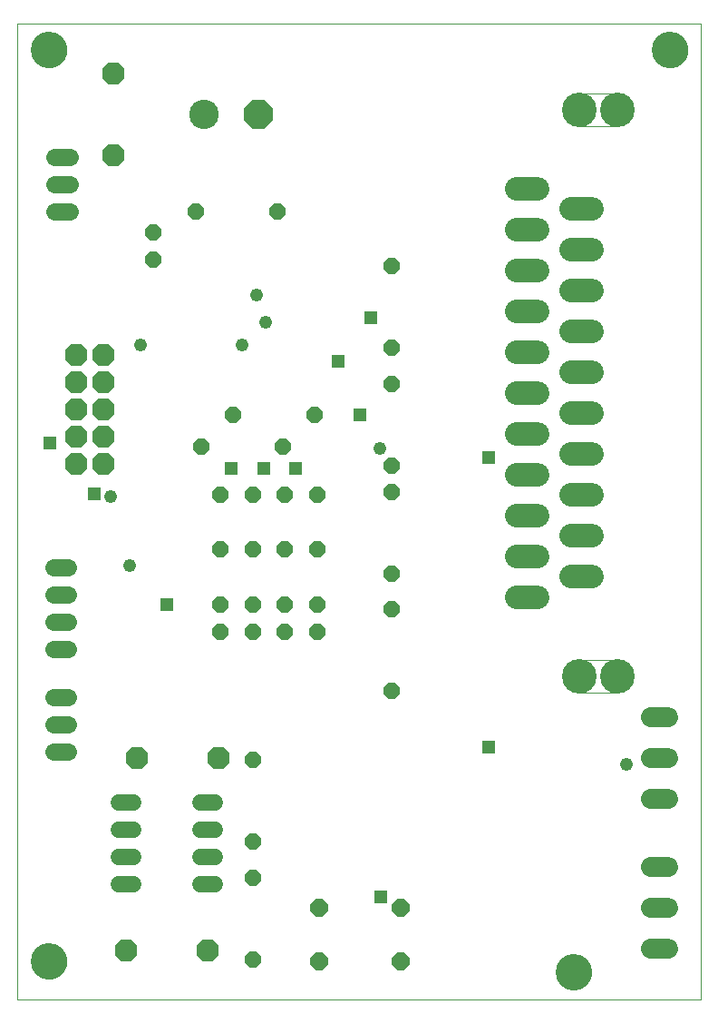
<source format=gbs>
G75*
%MOIN*%
%OFA0B0*%
%FSLAX25Y25*%
%IPPOS*%
%LPD*%
%AMOC8*
5,1,8,0,0,1.08239X$1,22.5*
%
%ADD10C,0.00000*%
%ADD11C,0.13398*%
%ADD12C,0.06400*%
%ADD13OC8,0.06000*%
%ADD14C,0.00009*%
%ADD15C,0.08600*%
%ADD16C,0.12700*%
%ADD17C,0.07400*%
%ADD18C,0.06000*%
%ADD19OC8,0.08300*%
%ADD20OC8,0.08200*%
%ADD21C,0.10800*%
%ADD22OC8,0.10800*%
%ADD23OC8,0.06400*%
%ADD24R,0.04800X0.04800*%
%ADD25C,0.04800*%
D10*
X0001984Y0003677D02*
X0001984Y0361945D01*
X0253402Y0361945D01*
X0253402Y0003677D01*
X0001984Y0003677D01*
X0007496Y0017732D02*
X0007498Y0017890D01*
X0007504Y0018048D01*
X0007514Y0018206D01*
X0007528Y0018364D01*
X0007546Y0018521D01*
X0007567Y0018678D01*
X0007593Y0018834D01*
X0007623Y0018990D01*
X0007656Y0019145D01*
X0007694Y0019298D01*
X0007735Y0019451D01*
X0007780Y0019603D01*
X0007829Y0019754D01*
X0007882Y0019903D01*
X0007938Y0020051D01*
X0007998Y0020197D01*
X0008062Y0020342D01*
X0008130Y0020485D01*
X0008201Y0020627D01*
X0008275Y0020767D01*
X0008353Y0020904D01*
X0008435Y0021040D01*
X0008519Y0021174D01*
X0008608Y0021305D01*
X0008699Y0021434D01*
X0008794Y0021561D01*
X0008891Y0021686D01*
X0008992Y0021808D01*
X0009096Y0021927D01*
X0009203Y0022044D01*
X0009313Y0022158D01*
X0009426Y0022269D01*
X0009541Y0022378D01*
X0009659Y0022483D01*
X0009780Y0022585D01*
X0009903Y0022685D01*
X0010029Y0022781D01*
X0010157Y0022874D01*
X0010287Y0022964D01*
X0010420Y0023050D01*
X0010555Y0023134D01*
X0010691Y0023213D01*
X0010830Y0023290D01*
X0010971Y0023362D01*
X0011113Y0023432D01*
X0011257Y0023497D01*
X0011403Y0023559D01*
X0011550Y0023617D01*
X0011699Y0023672D01*
X0011849Y0023723D01*
X0012000Y0023770D01*
X0012152Y0023813D01*
X0012305Y0023852D01*
X0012460Y0023888D01*
X0012615Y0023919D01*
X0012771Y0023947D01*
X0012927Y0023971D01*
X0013084Y0023991D01*
X0013242Y0024007D01*
X0013399Y0024019D01*
X0013558Y0024027D01*
X0013716Y0024031D01*
X0013874Y0024031D01*
X0014032Y0024027D01*
X0014191Y0024019D01*
X0014348Y0024007D01*
X0014506Y0023991D01*
X0014663Y0023971D01*
X0014819Y0023947D01*
X0014975Y0023919D01*
X0015130Y0023888D01*
X0015285Y0023852D01*
X0015438Y0023813D01*
X0015590Y0023770D01*
X0015741Y0023723D01*
X0015891Y0023672D01*
X0016040Y0023617D01*
X0016187Y0023559D01*
X0016333Y0023497D01*
X0016477Y0023432D01*
X0016619Y0023362D01*
X0016760Y0023290D01*
X0016899Y0023213D01*
X0017035Y0023134D01*
X0017170Y0023050D01*
X0017303Y0022964D01*
X0017433Y0022874D01*
X0017561Y0022781D01*
X0017687Y0022685D01*
X0017810Y0022585D01*
X0017931Y0022483D01*
X0018049Y0022378D01*
X0018164Y0022269D01*
X0018277Y0022158D01*
X0018387Y0022044D01*
X0018494Y0021927D01*
X0018598Y0021808D01*
X0018699Y0021686D01*
X0018796Y0021561D01*
X0018891Y0021434D01*
X0018982Y0021305D01*
X0019071Y0021174D01*
X0019155Y0021040D01*
X0019237Y0020904D01*
X0019315Y0020767D01*
X0019389Y0020627D01*
X0019460Y0020485D01*
X0019528Y0020342D01*
X0019592Y0020197D01*
X0019652Y0020051D01*
X0019708Y0019903D01*
X0019761Y0019754D01*
X0019810Y0019603D01*
X0019855Y0019451D01*
X0019896Y0019298D01*
X0019934Y0019145D01*
X0019967Y0018990D01*
X0019997Y0018834D01*
X0020023Y0018678D01*
X0020044Y0018521D01*
X0020062Y0018364D01*
X0020076Y0018206D01*
X0020086Y0018048D01*
X0020092Y0017890D01*
X0020094Y0017732D01*
X0020092Y0017574D01*
X0020086Y0017416D01*
X0020076Y0017258D01*
X0020062Y0017100D01*
X0020044Y0016943D01*
X0020023Y0016786D01*
X0019997Y0016630D01*
X0019967Y0016474D01*
X0019934Y0016319D01*
X0019896Y0016166D01*
X0019855Y0016013D01*
X0019810Y0015861D01*
X0019761Y0015710D01*
X0019708Y0015561D01*
X0019652Y0015413D01*
X0019592Y0015267D01*
X0019528Y0015122D01*
X0019460Y0014979D01*
X0019389Y0014837D01*
X0019315Y0014697D01*
X0019237Y0014560D01*
X0019155Y0014424D01*
X0019071Y0014290D01*
X0018982Y0014159D01*
X0018891Y0014030D01*
X0018796Y0013903D01*
X0018699Y0013778D01*
X0018598Y0013656D01*
X0018494Y0013537D01*
X0018387Y0013420D01*
X0018277Y0013306D01*
X0018164Y0013195D01*
X0018049Y0013086D01*
X0017931Y0012981D01*
X0017810Y0012879D01*
X0017687Y0012779D01*
X0017561Y0012683D01*
X0017433Y0012590D01*
X0017303Y0012500D01*
X0017170Y0012414D01*
X0017035Y0012330D01*
X0016899Y0012251D01*
X0016760Y0012174D01*
X0016619Y0012102D01*
X0016477Y0012032D01*
X0016333Y0011967D01*
X0016187Y0011905D01*
X0016040Y0011847D01*
X0015891Y0011792D01*
X0015741Y0011741D01*
X0015590Y0011694D01*
X0015438Y0011651D01*
X0015285Y0011612D01*
X0015130Y0011576D01*
X0014975Y0011545D01*
X0014819Y0011517D01*
X0014663Y0011493D01*
X0014506Y0011473D01*
X0014348Y0011457D01*
X0014191Y0011445D01*
X0014032Y0011437D01*
X0013874Y0011433D01*
X0013716Y0011433D01*
X0013558Y0011437D01*
X0013399Y0011445D01*
X0013242Y0011457D01*
X0013084Y0011473D01*
X0012927Y0011493D01*
X0012771Y0011517D01*
X0012615Y0011545D01*
X0012460Y0011576D01*
X0012305Y0011612D01*
X0012152Y0011651D01*
X0012000Y0011694D01*
X0011849Y0011741D01*
X0011699Y0011792D01*
X0011550Y0011847D01*
X0011403Y0011905D01*
X0011257Y0011967D01*
X0011113Y0012032D01*
X0010971Y0012102D01*
X0010830Y0012174D01*
X0010691Y0012251D01*
X0010555Y0012330D01*
X0010420Y0012414D01*
X0010287Y0012500D01*
X0010157Y0012590D01*
X0010029Y0012683D01*
X0009903Y0012779D01*
X0009780Y0012879D01*
X0009659Y0012981D01*
X0009541Y0013086D01*
X0009426Y0013195D01*
X0009313Y0013306D01*
X0009203Y0013420D01*
X0009096Y0013537D01*
X0008992Y0013656D01*
X0008891Y0013778D01*
X0008794Y0013903D01*
X0008699Y0014030D01*
X0008608Y0014159D01*
X0008519Y0014290D01*
X0008435Y0014424D01*
X0008353Y0014560D01*
X0008275Y0014697D01*
X0008201Y0014837D01*
X0008130Y0014979D01*
X0008062Y0015122D01*
X0007998Y0015267D01*
X0007938Y0015413D01*
X0007882Y0015561D01*
X0007829Y0015710D01*
X0007780Y0015861D01*
X0007735Y0016013D01*
X0007694Y0016166D01*
X0007656Y0016319D01*
X0007623Y0016474D01*
X0007593Y0016630D01*
X0007567Y0016786D01*
X0007546Y0016943D01*
X0007528Y0017100D01*
X0007514Y0017258D01*
X0007504Y0017416D01*
X0007498Y0017574D01*
X0007496Y0017732D01*
X0200410Y0013795D02*
X0200412Y0013953D01*
X0200418Y0014111D01*
X0200428Y0014269D01*
X0200442Y0014427D01*
X0200460Y0014584D01*
X0200481Y0014741D01*
X0200507Y0014897D01*
X0200537Y0015053D01*
X0200570Y0015208D01*
X0200608Y0015361D01*
X0200649Y0015514D01*
X0200694Y0015666D01*
X0200743Y0015817D01*
X0200796Y0015966D01*
X0200852Y0016114D01*
X0200912Y0016260D01*
X0200976Y0016405D01*
X0201044Y0016548D01*
X0201115Y0016690D01*
X0201189Y0016830D01*
X0201267Y0016967D01*
X0201349Y0017103D01*
X0201433Y0017237D01*
X0201522Y0017368D01*
X0201613Y0017497D01*
X0201708Y0017624D01*
X0201805Y0017749D01*
X0201906Y0017871D01*
X0202010Y0017990D01*
X0202117Y0018107D01*
X0202227Y0018221D01*
X0202340Y0018332D01*
X0202455Y0018441D01*
X0202573Y0018546D01*
X0202694Y0018648D01*
X0202817Y0018748D01*
X0202943Y0018844D01*
X0203071Y0018937D01*
X0203201Y0019027D01*
X0203334Y0019113D01*
X0203469Y0019197D01*
X0203605Y0019276D01*
X0203744Y0019353D01*
X0203885Y0019425D01*
X0204027Y0019495D01*
X0204171Y0019560D01*
X0204317Y0019622D01*
X0204464Y0019680D01*
X0204613Y0019735D01*
X0204763Y0019786D01*
X0204914Y0019833D01*
X0205066Y0019876D01*
X0205219Y0019915D01*
X0205374Y0019951D01*
X0205529Y0019982D01*
X0205685Y0020010D01*
X0205841Y0020034D01*
X0205998Y0020054D01*
X0206156Y0020070D01*
X0206313Y0020082D01*
X0206472Y0020090D01*
X0206630Y0020094D01*
X0206788Y0020094D01*
X0206946Y0020090D01*
X0207105Y0020082D01*
X0207262Y0020070D01*
X0207420Y0020054D01*
X0207577Y0020034D01*
X0207733Y0020010D01*
X0207889Y0019982D01*
X0208044Y0019951D01*
X0208199Y0019915D01*
X0208352Y0019876D01*
X0208504Y0019833D01*
X0208655Y0019786D01*
X0208805Y0019735D01*
X0208954Y0019680D01*
X0209101Y0019622D01*
X0209247Y0019560D01*
X0209391Y0019495D01*
X0209533Y0019425D01*
X0209674Y0019353D01*
X0209813Y0019276D01*
X0209949Y0019197D01*
X0210084Y0019113D01*
X0210217Y0019027D01*
X0210347Y0018937D01*
X0210475Y0018844D01*
X0210601Y0018748D01*
X0210724Y0018648D01*
X0210845Y0018546D01*
X0210963Y0018441D01*
X0211078Y0018332D01*
X0211191Y0018221D01*
X0211301Y0018107D01*
X0211408Y0017990D01*
X0211512Y0017871D01*
X0211613Y0017749D01*
X0211710Y0017624D01*
X0211805Y0017497D01*
X0211896Y0017368D01*
X0211985Y0017237D01*
X0212069Y0017103D01*
X0212151Y0016967D01*
X0212229Y0016830D01*
X0212303Y0016690D01*
X0212374Y0016548D01*
X0212442Y0016405D01*
X0212506Y0016260D01*
X0212566Y0016114D01*
X0212622Y0015966D01*
X0212675Y0015817D01*
X0212724Y0015666D01*
X0212769Y0015514D01*
X0212810Y0015361D01*
X0212848Y0015208D01*
X0212881Y0015053D01*
X0212911Y0014897D01*
X0212937Y0014741D01*
X0212958Y0014584D01*
X0212976Y0014427D01*
X0212990Y0014269D01*
X0213000Y0014111D01*
X0213006Y0013953D01*
X0213008Y0013795D01*
X0213006Y0013637D01*
X0213000Y0013479D01*
X0212990Y0013321D01*
X0212976Y0013163D01*
X0212958Y0013006D01*
X0212937Y0012849D01*
X0212911Y0012693D01*
X0212881Y0012537D01*
X0212848Y0012382D01*
X0212810Y0012229D01*
X0212769Y0012076D01*
X0212724Y0011924D01*
X0212675Y0011773D01*
X0212622Y0011624D01*
X0212566Y0011476D01*
X0212506Y0011330D01*
X0212442Y0011185D01*
X0212374Y0011042D01*
X0212303Y0010900D01*
X0212229Y0010760D01*
X0212151Y0010623D01*
X0212069Y0010487D01*
X0211985Y0010353D01*
X0211896Y0010222D01*
X0211805Y0010093D01*
X0211710Y0009966D01*
X0211613Y0009841D01*
X0211512Y0009719D01*
X0211408Y0009600D01*
X0211301Y0009483D01*
X0211191Y0009369D01*
X0211078Y0009258D01*
X0210963Y0009149D01*
X0210845Y0009044D01*
X0210724Y0008942D01*
X0210601Y0008842D01*
X0210475Y0008746D01*
X0210347Y0008653D01*
X0210217Y0008563D01*
X0210084Y0008477D01*
X0209949Y0008393D01*
X0209813Y0008314D01*
X0209674Y0008237D01*
X0209533Y0008165D01*
X0209391Y0008095D01*
X0209247Y0008030D01*
X0209101Y0007968D01*
X0208954Y0007910D01*
X0208805Y0007855D01*
X0208655Y0007804D01*
X0208504Y0007757D01*
X0208352Y0007714D01*
X0208199Y0007675D01*
X0208044Y0007639D01*
X0207889Y0007608D01*
X0207733Y0007580D01*
X0207577Y0007556D01*
X0207420Y0007536D01*
X0207262Y0007520D01*
X0207105Y0007508D01*
X0206946Y0007500D01*
X0206788Y0007496D01*
X0206630Y0007496D01*
X0206472Y0007500D01*
X0206313Y0007508D01*
X0206156Y0007520D01*
X0205998Y0007536D01*
X0205841Y0007556D01*
X0205685Y0007580D01*
X0205529Y0007608D01*
X0205374Y0007639D01*
X0205219Y0007675D01*
X0205066Y0007714D01*
X0204914Y0007757D01*
X0204763Y0007804D01*
X0204613Y0007855D01*
X0204464Y0007910D01*
X0204317Y0007968D01*
X0204171Y0008030D01*
X0204027Y0008095D01*
X0203885Y0008165D01*
X0203744Y0008237D01*
X0203605Y0008314D01*
X0203469Y0008393D01*
X0203334Y0008477D01*
X0203201Y0008563D01*
X0203071Y0008653D01*
X0202943Y0008746D01*
X0202817Y0008842D01*
X0202694Y0008942D01*
X0202573Y0009044D01*
X0202455Y0009149D01*
X0202340Y0009258D01*
X0202227Y0009369D01*
X0202117Y0009483D01*
X0202010Y0009600D01*
X0201906Y0009719D01*
X0201805Y0009841D01*
X0201708Y0009966D01*
X0201613Y0010093D01*
X0201522Y0010222D01*
X0201433Y0010353D01*
X0201349Y0010487D01*
X0201267Y0010623D01*
X0201189Y0010760D01*
X0201115Y0010900D01*
X0201044Y0011042D01*
X0200976Y0011185D01*
X0200912Y0011330D01*
X0200852Y0011476D01*
X0200796Y0011624D01*
X0200743Y0011773D01*
X0200694Y0011924D01*
X0200649Y0012076D01*
X0200608Y0012229D01*
X0200570Y0012382D01*
X0200537Y0012537D01*
X0200507Y0012693D01*
X0200481Y0012849D01*
X0200460Y0013006D01*
X0200442Y0013163D01*
X0200428Y0013321D01*
X0200418Y0013479D01*
X0200412Y0013637D01*
X0200410Y0013795D01*
X0202593Y0122551D02*
X0202595Y0122705D01*
X0202601Y0122859D01*
X0202611Y0123012D01*
X0202625Y0123165D01*
X0202643Y0123318D01*
X0202664Y0123470D01*
X0202690Y0123622D01*
X0202720Y0123773D01*
X0202753Y0123923D01*
X0202791Y0124072D01*
X0202832Y0124221D01*
X0202877Y0124368D01*
X0202926Y0124514D01*
X0202979Y0124658D01*
X0203035Y0124801D01*
X0203095Y0124943D01*
X0203159Y0125083D01*
X0203226Y0125221D01*
X0203297Y0125358D01*
X0203371Y0125493D01*
X0203449Y0125625D01*
X0203530Y0125756D01*
X0203615Y0125885D01*
X0203702Y0126011D01*
X0203793Y0126135D01*
X0203888Y0126256D01*
X0203985Y0126376D01*
X0204085Y0126492D01*
X0204189Y0126606D01*
X0204295Y0126717D01*
X0204404Y0126826D01*
X0204516Y0126931D01*
X0204631Y0127034D01*
X0204748Y0127134D01*
X0204868Y0127230D01*
X0204990Y0127324D01*
X0205114Y0127414D01*
X0205241Y0127501D01*
X0205370Y0127585D01*
X0205502Y0127665D01*
X0205635Y0127742D01*
X0205770Y0127815D01*
X0205907Y0127885D01*
X0206046Y0127952D01*
X0206186Y0128014D01*
X0206328Y0128073D01*
X0206472Y0128129D01*
X0206617Y0128181D01*
X0206763Y0128228D01*
X0206910Y0128273D01*
X0207059Y0128313D01*
X0207208Y0128349D01*
X0207359Y0128382D01*
X0207510Y0128411D01*
X0207662Y0128435D01*
X0207814Y0128456D01*
X0207967Y0128473D01*
X0208120Y0128486D01*
X0208274Y0128495D01*
X0208428Y0128500D01*
X0208581Y0128501D01*
X0208735Y0128498D01*
X0208889Y0128491D01*
X0209042Y0128480D01*
X0209196Y0128465D01*
X0209348Y0128446D01*
X0209500Y0128423D01*
X0209652Y0128397D01*
X0209803Y0128366D01*
X0209953Y0128332D01*
X0210102Y0128293D01*
X0210249Y0128251D01*
X0210396Y0128205D01*
X0210542Y0128155D01*
X0210686Y0128102D01*
X0210829Y0128044D01*
X0210970Y0127983D01*
X0211110Y0127919D01*
X0211248Y0127851D01*
X0211384Y0127779D01*
X0211518Y0127704D01*
X0211650Y0127625D01*
X0211780Y0127543D01*
X0211908Y0127458D01*
X0212034Y0127369D01*
X0212157Y0127277D01*
X0212278Y0127182D01*
X0212397Y0127084D01*
X0212513Y0126983D01*
X0212626Y0126879D01*
X0212737Y0126772D01*
X0212844Y0126662D01*
X0212949Y0126549D01*
X0213051Y0126434D01*
X0213150Y0126316D01*
X0213246Y0126196D01*
X0213339Y0126073D01*
X0213428Y0125948D01*
X0213514Y0125821D01*
X0213597Y0125691D01*
X0213677Y0125559D01*
X0213753Y0125426D01*
X0213825Y0125290D01*
X0213894Y0125152D01*
X0213960Y0125013D01*
X0214022Y0124872D01*
X0214080Y0124730D01*
X0214134Y0124586D01*
X0214185Y0124441D01*
X0214232Y0124294D01*
X0214275Y0124147D01*
X0214314Y0123998D01*
X0214350Y0123848D01*
X0214381Y0123698D01*
X0214409Y0123546D01*
X0214433Y0123394D01*
X0214453Y0123242D01*
X0214469Y0123089D01*
X0214481Y0122935D01*
X0214489Y0122782D01*
X0214493Y0122628D01*
X0214493Y0122474D01*
X0214489Y0122320D01*
X0214481Y0122167D01*
X0214469Y0122013D01*
X0214453Y0121860D01*
X0214433Y0121708D01*
X0214409Y0121556D01*
X0214381Y0121404D01*
X0214350Y0121254D01*
X0214314Y0121104D01*
X0214275Y0120955D01*
X0214232Y0120808D01*
X0214185Y0120661D01*
X0214134Y0120516D01*
X0214080Y0120372D01*
X0214022Y0120230D01*
X0213960Y0120089D01*
X0213894Y0119950D01*
X0213825Y0119812D01*
X0213753Y0119676D01*
X0213677Y0119543D01*
X0213597Y0119411D01*
X0213514Y0119281D01*
X0213428Y0119154D01*
X0213339Y0119029D01*
X0213246Y0118906D01*
X0213150Y0118786D01*
X0213051Y0118668D01*
X0212949Y0118553D01*
X0212844Y0118440D01*
X0212737Y0118330D01*
X0212626Y0118223D01*
X0212513Y0118119D01*
X0212397Y0118018D01*
X0212278Y0117920D01*
X0212157Y0117825D01*
X0212034Y0117733D01*
X0211908Y0117644D01*
X0211780Y0117559D01*
X0211650Y0117477D01*
X0211518Y0117398D01*
X0211384Y0117323D01*
X0211248Y0117251D01*
X0211110Y0117183D01*
X0210970Y0117119D01*
X0210829Y0117058D01*
X0210686Y0117000D01*
X0210542Y0116947D01*
X0210396Y0116897D01*
X0210249Y0116851D01*
X0210102Y0116809D01*
X0209953Y0116770D01*
X0209803Y0116736D01*
X0209652Y0116705D01*
X0209500Y0116679D01*
X0209348Y0116656D01*
X0209196Y0116637D01*
X0209042Y0116622D01*
X0208889Y0116611D01*
X0208735Y0116604D01*
X0208581Y0116601D01*
X0208428Y0116602D01*
X0208274Y0116607D01*
X0208120Y0116616D01*
X0207967Y0116629D01*
X0207814Y0116646D01*
X0207662Y0116667D01*
X0207510Y0116691D01*
X0207359Y0116720D01*
X0207208Y0116753D01*
X0207059Y0116789D01*
X0206910Y0116829D01*
X0206763Y0116874D01*
X0206617Y0116921D01*
X0206472Y0116973D01*
X0206328Y0117029D01*
X0206186Y0117088D01*
X0206046Y0117150D01*
X0205907Y0117217D01*
X0205770Y0117287D01*
X0205635Y0117360D01*
X0205502Y0117437D01*
X0205370Y0117517D01*
X0205241Y0117601D01*
X0205114Y0117688D01*
X0204990Y0117778D01*
X0204868Y0117872D01*
X0204748Y0117968D01*
X0204631Y0118068D01*
X0204516Y0118171D01*
X0204404Y0118276D01*
X0204295Y0118385D01*
X0204189Y0118496D01*
X0204085Y0118610D01*
X0203985Y0118726D01*
X0203888Y0118846D01*
X0203793Y0118967D01*
X0203702Y0119091D01*
X0203615Y0119217D01*
X0203530Y0119346D01*
X0203449Y0119477D01*
X0203371Y0119609D01*
X0203297Y0119744D01*
X0203226Y0119881D01*
X0203159Y0120019D01*
X0203095Y0120159D01*
X0203035Y0120301D01*
X0202979Y0120444D01*
X0202926Y0120588D01*
X0202877Y0120734D01*
X0202832Y0120881D01*
X0202791Y0121030D01*
X0202753Y0121179D01*
X0202720Y0121329D01*
X0202690Y0121480D01*
X0202664Y0121632D01*
X0202643Y0121784D01*
X0202625Y0121937D01*
X0202611Y0122090D01*
X0202601Y0122243D01*
X0202595Y0122397D01*
X0202593Y0122551D01*
X0208543Y0128551D02*
X0208390Y0128549D01*
X0208237Y0128543D01*
X0208084Y0128533D01*
X0207931Y0128520D01*
X0207779Y0128502D01*
X0207627Y0128481D01*
X0207476Y0128455D01*
X0207326Y0128426D01*
X0207176Y0128393D01*
X0207027Y0128356D01*
X0206879Y0128316D01*
X0206733Y0128271D01*
X0206587Y0128223D01*
X0206443Y0128171D01*
X0206300Y0128116D01*
X0206159Y0128057D01*
X0206019Y0127994D01*
X0205881Y0127928D01*
X0205744Y0127858D01*
X0205610Y0127785D01*
X0205477Y0127708D01*
X0205346Y0127628D01*
X0205218Y0127545D01*
X0205091Y0127459D01*
X0204967Y0127369D01*
X0204845Y0127276D01*
X0204726Y0127180D01*
X0204609Y0127081D01*
X0204494Y0126979D01*
X0204382Y0126874D01*
X0204273Y0126766D01*
X0204167Y0126656D01*
X0204064Y0126543D01*
X0203963Y0126427D01*
X0203866Y0126309D01*
X0203771Y0126188D01*
X0203680Y0126065D01*
X0203592Y0125940D01*
X0203507Y0125812D01*
X0203425Y0125683D01*
X0203347Y0125551D01*
X0203272Y0125417D01*
X0203200Y0125282D01*
X0203132Y0125144D01*
X0203068Y0125005D01*
X0203007Y0124865D01*
X0202950Y0124723D01*
X0202896Y0124579D01*
X0202846Y0124434D01*
X0202800Y0124288D01*
X0202757Y0124141D01*
X0202719Y0123993D01*
X0202684Y0123843D01*
X0202653Y0123693D01*
X0202625Y0123543D01*
X0202602Y0123391D01*
X0202583Y0123239D01*
X0202567Y0123087D01*
X0202555Y0122934D01*
X0202547Y0122781D01*
X0202543Y0122628D01*
X0202543Y0122474D01*
X0202547Y0122321D01*
X0202555Y0122168D01*
X0202567Y0122015D01*
X0202583Y0121863D01*
X0202602Y0121711D01*
X0202625Y0121559D01*
X0202653Y0121409D01*
X0202684Y0121259D01*
X0202719Y0121109D01*
X0202757Y0120961D01*
X0202800Y0120814D01*
X0202846Y0120668D01*
X0202896Y0120523D01*
X0202950Y0120379D01*
X0203007Y0120237D01*
X0203068Y0120097D01*
X0203132Y0119958D01*
X0203200Y0119820D01*
X0203272Y0119685D01*
X0203347Y0119551D01*
X0203425Y0119419D01*
X0203507Y0119290D01*
X0203592Y0119162D01*
X0203680Y0119037D01*
X0203771Y0118914D01*
X0203866Y0118793D01*
X0203963Y0118675D01*
X0204064Y0118559D01*
X0204167Y0118446D01*
X0204273Y0118336D01*
X0204382Y0118228D01*
X0204494Y0118123D01*
X0204609Y0118021D01*
X0204726Y0117922D01*
X0204845Y0117826D01*
X0204967Y0117733D01*
X0205091Y0117643D01*
X0205218Y0117557D01*
X0205346Y0117474D01*
X0205477Y0117394D01*
X0205610Y0117317D01*
X0205744Y0117244D01*
X0205881Y0117174D01*
X0206019Y0117108D01*
X0206159Y0117045D01*
X0206300Y0116986D01*
X0206443Y0116931D01*
X0206587Y0116879D01*
X0206733Y0116831D01*
X0206879Y0116786D01*
X0207027Y0116746D01*
X0207176Y0116709D01*
X0207326Y0116676D01*
X0207476Y0116647D01*
X0207627Y0116621D01*
X0207779Y0116600D01*
X0207931Y0116582D01*
X0208084Y0116569D01*
X0208237Y0116559D01*
X0208390Y0116553D01*
X0208543Y0116551D01*
X0216593Y0122551D02*
X0216595Y0122705D01*
X0216601Y0122859D01*
X0216611Y0123012D01*
X0216625Y0123165D01*
X0216643Y0123318D01*
X0216664Y0123470D01*
X0216690Y0123622D01*
X0216720Y0123773D01*
X0216753Y0123923D01*
X0216791Y0124072D01*
X0216832Y0124221D01*
X0216877Y0124368D01*
X0216926Y0124514D01*
X0216979Y0124658D01*
X0217035Y0124801D01*
X0217095Y0124943D01*
X0217159Y0125083D01*
X0217226Y0125221D01*
X0217297Y0125358D01*
X0217371Y0125493D01*
X0217449Y0125625D01*
X0217530Y0125756D01*
X0217615Y0125885D01*
X0217702Y0126011D01*
X0217793Y0126135D01*
X0217888Y0126256D01*
X0217985Y0126376D01*
X0218085Y0126492D01*
X0218189Y0126606D01*
X0218295Y0126717D01*
X0218404Y0126826D01*
X0218516Y0126931D01*
X0218631Y0127034D01*
X0218748Y0127134D01*
X0218868Y0127230D01*
X0218990Y0127324D01*
X0219114Y0127414D01*
X0219241Y0127501D01*
X0219370Y0127585D01*
X0219502Y0127665D01*
X0219635Y0127742D01*
X0219770Y0127815D01*
X0219907Y0127885D01*
X0220046Y0127952D01*
X0220186Y0128014D01*
X0220328Y0128073D01*
X0220472Y0128129D01*
X0220617Y0128181D01*
X0220763Y0128228D01*
X0220910Y0128273D01*
X0221059Y0128313D01*
X0221208Y0128349D01*
X0221359Y0128382D01*
X0221510Y0128411D01*
X0221662Y0128435D01*
X0221814Y0128456D01*
X0221967Y0128473D01*
X0222120Y0128486D01*
X0222274Y0128495D01*
X0222428Y0128500D01*
X0222581Y0128501D01*
X0222735Y0128498D01*
X0222889Y0128491D01*
X0223042Y0128480D01*
X0223196Y0128465D01*
X0223348Y0128446D01*
X0223500Y0128423D01*
X0223652Y0128397D01*
X0223803Y0128366D01*
X0223953Y0128332D01*
X0224102Y0128293D01*
X0224249Y0128251D01*
X0224396Y0128205D01*
X0224542Y0128155D01*
X0224686Y0128102D01*
X0224829Y0128044D01*
X0224970Y0127983D01*
X0225110Y0127919D01*
X0225248Y0127851D01*
X0225384Y0127779D01*
X0225518Y0127704D01*
X0225650Y0127625D01*
X0225780Y0127543D01*
X0225908Y0127458D01*
X0226034Y0127369D01*
X0226157Y0127277D01*
X0226278Y0127182D01*
X0226397Y0127084D01*
X0226513Y0126983D01*
X0226626Y0126879D01*
X0226737Y0126772D01*
X0226844Y0126662D01*
X0226949Y0126549D01*
X0227051Y0126434D01*
X0227150Y0126316D01*
X0227246Y0126196D01*
X0227339Y0126073D01*
X0227428Y0125948D01*
X0227514Y0125821D01*
X0227597Y0125691D01*
X0227677Y0125559D01*
X0227753Y0125426D01*
X0227825Y0125290D01*
X0227894Y0125152D01*
X0227960Y0125013D01*
X0228022Y0124872D01*
X0228080Y0124730D01*
X0228134Y0124586D01*
X0228185Y0124441D01*
X0228232Y0124294D01*
X0228275Y0124147D01*
X0228314Y0123998D01*
X0228350Y0123848D01*
X0228381Y0123698D01*
X0228409Y0123546D01*
X0228433Y0123394D01*
X0228453Y0123242D01*
X0228469Y0123089D01*
X0228481Y0122935D01*
X0228489Y0122782D01*
X0228493Y0122628D01*
X0228493Y0122474D01*
X0228489Y0122320D01*
X0228481Y0122167D01*
X0228469Y0122013D01*
X0228453Y0121860D01*
X0228433Y0121708D01*
X0228409Y0121556D01*
X0228381Y0121404D01*
X0228350Y0121254D01*
X0228314Y0121104D01*
X0228275Y0120955D01*
X0228232Y0120808D01*
X0228185Y0120661D01*
X0228134Y0120516D01*
X0228080Y0120372D01*
X0228022Y0120230D01*
X0227960Y0120089D01*
X0227894Y0119950D01*
X0227825Y0119812D01*
X0227753Y0119676D01*
X0227677Y0119543D01*
X0227597Y0119411D01*
X0227514Y0119281D01*
X0227428Y0119154D01*
X0227339Y0119029D01*
X0227246Y0118906D01*
X0227150Y0118786D01*
X0227051Y0118668D01*
X0226949Y0118553D01*
X0226844Y0118440D01*
X0226737Y0118330D01*
X0226626Y0118223D01*
X0226513Y0118119D01*
X0226397Y0118018D01*
X0226278Y0117920D01*
X0226157Y0117825D01*
X0226034Y0117733D01*
X0225908Y0117644D01*
X0225780Y0117559D01*
X0225650Y0117477D01*
X0225518Y0117398D01*
X0225384Y0117323D01*
X0225248Y0117251D01*
X0225110Y0117183D01*
X0224970Y0117119D01*
X0224829Y0117058D01*
X0224686Y0117000D01*
X0224542Y0116947D01*
X0224396Y0116897D01*
X0224249Y0116851D01*
X0224102Y0116809D01*
X0223953Y0116770D01*
X0223803Y0116736D01*
X0223652Y0116705D01*
X0223500Y0116679D01*
X0223348Y0116656D01*
X0223196Y0116637D01*
X0223042Y0116622D01*
X0222889Y0116611D01*
X0222735Y0116604D01*
X0222581Y0116601D01*
X0222428Y0116602D01*
X0222274Y0116607D01*
X0222120Y0116616D01*
X0221967Y0116629D01*
X0221814Y0116646D01*
X0221662Y0116667D01*
X0221510Y0116691D01*
X0221359Y0116720D01*
X0221208Y0116753D01*
X0221059Y0116789D01*
X0220910Y0116829D01*
X0220763Y0116874D01*
X0220617Y0116921D01*
X0220472Y0116973D01*
X0220328Y0117029D01*
X0220186Y0117088D01*
X0220046Y0117150D01*
X0219907Y0117217D01*
X0219770Y0117287D01*
X0219635Y0117360D01*
X0219502Y0117437D01*
X0219370Y0117517D01*
X0219241Y0117601D01*
X0219114Y0117688D01*
X0218990Y0117778D01*
X0218868Y0117872D01*
X0218748Y0117968D01*
X0218631Y0118068D01*
X0218516Y0118171D01*
X0218404Y0118276D01*
X0218295Y0118385D01*
X0218189Y0118496D01*
X0218085Y0118610D01*
X0217985Y0118726D01*
X0217888Y0118846D01*
X0217793Y0118967D01*
X0217702Y0119091D01*
X0217615Y0119217D01*
X0217530Y0119346D01*
X0217449Y0119477D01*
X0217371Y0119609D01*
X0217297Y0119744D01*
X0217226Y0119881D01*
X0217159Y0120019D01*
X0217095Y0120159D01*
X0217035Y0120301D01*
X0216979Y0120444D01*
X0216926Y0120588D01*
X0216877Y0120734D01*
X0216832Y0120881D01*
X0216791Y0121030D01*
X0216753Y0121179D01*
X0216720Y0121329D01*
X0216690Y0121480D01*
X0216664Y0121632D01*
X0216643Y0121784D01*
X0216625Y0121937D01*
X0216611Y0122090D01*
X0216601Y0122243D01*
X0216595Y0122397D01*
X0216593Y0122551D01*
X0222543Y0116551D02*
X0222696Y0116553D01*
X0222849Y0116559D01*
X0223002Y0116569D01*
X0223155Y0116582D01*
X0223307Y0116600D01*
X0223459Y0116621D01*
X0223610Y0116647D01*
X0223760Y0116676D01*
X0223910Y0116709D01*
X0224059Y0116746D01*
X0224207Y0116786D01*
X0224353Y0116831D01*
X0224499Y0116879D01*
X0224643Y0116931D01*
X0224786Y0116986D01*
X0224927Y0117045D01*
X0225067Y0117108D01*
X0225205Y0117174D01*
X0225342Y0117244D01*
X0225476Y0117317D01*
X0225609Y0117394D01*
X0225740Y0117474D01*
X0225868Y0117557D01*
X0225995Y0117643D01*
X0226119Y0117733D01*
X0226241Y0117826D01*
X0226360Y0117922D01*
X0226477Y0118021D01*
X0226592Y0118123D01*
X0226704Y0118228D01*
X0226813Y0118336D01*
X0226919Y0118446D01*
X0227022Y0118559D01*
X0227123Y0118675D01*
X0227220Y0118793D01*
X0227315Y0118914D01*
X0227406Y0119037D01*
X0227494Y0119162D01*
X0227579Y0119290D01*
X0227661Y0119419D01*
X0227739Y0119551D01*
X0227814Y0119685D01*
X0227886Y0119820D01*
X0227954Y0119958D01*
X0228018Y0120097D01*
X0228079Y0120237D01*
X0228136Y0120379D01*
X0228190Y0120523D01*
X0228240Y0120668D01*
X0228286Y0120814D01*
X0228329Y0120961D01*
X0228367Y0121109D01*
X0228402Y0121259D01*
X0228433Y0121409D01*
X0228461Y0121559D01*
X0228484Y0121711D01*
X0228503Y0121863D01*
X0228519Y0122015D01*
X0228531Y0122168D01*
X0228539Y0122321D01*
X0228543Y0122474D01*
X0228543Y0122628D01*
X0228539Y0122781D01*
X0228531Y0122934D01*
X0228519Y0123087D01*
X0228503Y0123239D01*
X0228484Y0123391D01*
X0228461Y0123543D01*
X0228433Y0123693D01*
X0228402Y0123843D01*
X0228367Y0123993D01*
X0228329Y0124141D01*
X0228286Y0124288D01*
X0228240Y0124434D01*
X0228190Y0124579D01*
X0228136Y0124723D01*
X0228079Y0124865D01*
X0228018Y0125005D01*
X0227954Y0125144D01*
X0227886Y0125282D01*
X0227814Y0125417D01*
X0227739Y0125551D01*
X0227661Y0125683D01*
X0227579Y0125812D01*
X0227494Y0125940D01*
X0227406Y0126065D01*
X0227315Y0126188D01*
X0227220Y0126309D01*
X0227123Y0126427D01*
X0227022Y0126543D01*
X0226919Y0126656D01*
X0226813Y0126766D01*
X0226704Y0126874D01*
X0226592Y0126979D01*
X0226477Y0127081D01*
X0226360Y0127180D01*
X0226241Y0127276D01*
X0226119Y0127369D01*
X0225995Y0127459D01*
X0225868Y0127545D01*
X0225740Y0127628D01*
X0225609Y0127708D01*
X0225476Y0127785D01*
X0225342Y0127858D01*
X0225205Y0127928D01*
X0225067Y0127994D01*
X0224927Y0128057D01*
X0224786Y0128116D01*
X0224643Y0128171D01*
X0224499Y0128223D01*
X0224353Y0128271D01*
X0224207Y0128316D01*
X0224059Y0128356D01*
X0223910Y0128393D01*
X0223760Y0128426D01*
X0223610Y0128455D01*
X0223459Y0128481D01*
X0223307Y0128502D01*
X0223155Y0128520D01*
X0223002Y0128533D01*
X0222849Y0128543D01*
X0222696Y0128549D01*
X0222543Y0128551D01*
X0216593Y0330551D02*
X0216595Y0330705D01*
X0216601Y0330859D01*
X0216611Y0331012D01*
X0216625Y0331165D01*
X0216643Y0331318D01*
X0216664Y0331470D01*
X0216690Y0331622D01*
X0216720Y0331773D01*
X0216753Y0331923D01*
X0216791Y0332072D01*
X0216832Y0332221D01*
X0216877Y0332368D01*
X0216926Y0332514D01*
X0216979Y0332658D01*
X0217035Y0332801D01*
X0217095Y0332943D01*
X0217159Y0333083D01*
X0217226Y0333221D01*
X0217297Y0333358D01*
X0217371Y0333493D01*
X0217449Y0333625D01*
X0217530Y0333756D01*
X0217615Y0333885D01*
X0217702Y0334011D01*
X0217793Y0334135D01*
X0217888Y0334256D01*
X0217985Y0334376D01*
X0218085Y0334492D01*
X0218189Y0334606D01*
X0218295Y0334717D01*
X0218404Y0334826D01*
X0218516Y0334931D01*
X0218631Y0335034D01*
X0218748Y0335134D01*
X0218868Y0335230D01*
X0218990Y0335324D01*
X0219114Y0335414D01*
X0219241Y0335501D01*
X0219370Y0335585D01*
X0219502Y0335665D01*
X0219635Y0335742D01*
X0219770Y0335815D01*
X0219907Y0335885D01*
X0220046Y0335952D01*
X0220186Y0336014D01*
X0220328Y0336073D01*
X0220472Y0336129D01*
X0220617Y0336181D01*
X0220763Y0336228D01*
X0220910Y0336273D01*
X0221059Y0336313D01*
X0221208Y0336349D01*
X0221359Y0336382D01*
X0221510Y0336411D01*
X0221662Y0336435D01*
X0221814Y0336456D01*
X0221967Y0336473D01*
X0222120Y0336486D01*
X0222274Y0336495D01*
X0222428Y0336500D01*
X0222581Y0336501D01*
X0222735Y0336498D01*
X0222889Y0336491D01*
X0223042Y0336480D01*
X0223196Y0336465D01*
X0223348Y0336446D01*
X0223500Y0336423D01*
X0223652Y0336397D01*
X0223803Y0336366D01*
X0223953Y0336332D01*
X0224102Y0336293D01*
X0224249Y0336251D01*
X0224396Y0336205D01*
X0224542Y0336155D01*
X0224686Y0336102D01*
X0224829Y0336044D01*
X0224970Y0335983D01*
X0225110Y0335919D01*
X0225248Y0335851D01*
X0225384Y0335779D01*
X0225518Y0335704D01*
X0225650Y0335625D01*
X0225780Y0335543D01*
X0225908Y0335458D01*
X0226034Y0335369D01*
X0226157Y0335277D01*
X0226278Y0335182D01*
X0226397Y0335084D01*
X0226513Y0334983D01*
X0226626Y0334879D01*
X0226737Y0334772D01*
X0226844Y0334662D01*
X0226949Y0334549D01*
X0227051Y0334434D01*
X0227150Y0334316D01*
X0227246Y0334196D01*
X0227339Y0334073D01*
X0227428Y0333948D01*
X0227514Y0333821D01*
X0227597Y0333691D01*
X0227677Y0333559D01*
X0227753Y0333426D01*
X0227825Y0333290D01*
X0227894Y0333152D01*
X0227960Y0333013D01*
X0228022Y0332872D01*
X0228080Y0332730D01*
X0228134Y0332586D01*
X0228185Y0332441D01*
X0228232Y0332294D01*
X0228275Y0332147D01*
X0228314Y0331998D01*
X0228350Y0331848D01*
X0228381Y0331698D01*
X0228409Y0331546D01*
X0228433Y0331394D01*
X0228453Y0331242D01*
X0228469Y0331089D01*
X0228481Y0330935D01*
X0228489Y0330782D01*
X0228493Y0330628D01*
X0228493Y0330474D01*
X0228489Y0330320D01*
X0228481Y0330167D01*
X0228469Y0330013D01*
X0228453Y0329860D01*
X0228433Y0329708D01*
X0228409Y0329556D01*
X0228381Y0329404D01*
X0228350Y0329254D01*
X0228314Y0329104D01*
X0228275Y0328955D01*
X0228232Y0328808D01*
X0228185Y0328661D01*
X0228134Y0328516D01*
X0228080Y0328372D01*
X0228022Y0328230D01*
X0227960Y0328089D01*
X0227894Y0327950D01*
X0227825Y0327812D01*
X0227753Y0327676D01*
X0227677Y0327543D01*
X0227597Y0327411D01*
X0227514Y0327281D01*
X0227428Y0327154D01*
X0227339Y0327029D01*
X0227246Y0326906D01*
X0227150Y0326786D01*
X0227051Y0326668D01*
X0226949Y0326553D01*
X0226844Y0326440D01*
X0226737Y0326330D01*
X0226626Y0326223D01*
X0226513Y0326119D01*
X0226397Y0326018D01*
X0226278Y0325920D01*
X0226157Y0325825D01*
X0226034Y0325733D01*
X0225908Y0325644D01*
X0225780Y0325559D01*
X0225650Y0325477D01*
X0225518Y0325398D01*
X0225384Y0325323D01*
X0225248Y0325251D01*
X0225110Y0325183D01*
X0224970Y0325119D01*
X0224829Y0325058D01*
X0224686Y0325000D01*
X0224542Y0324947D01*
X0224396Y0324897D01*
X0224249Y0324851D01*
X0224102Y0324809D01*
X0223953Y0324770D01*
X0223803Y0324736D01*
X0223652Y0324705D01*
X0223500Y0324679D01*
X0223348Y0324656D01*
X0223196Y0324637D01*
X0223042Y0324622D01*
X0222889Y0324611D01*
X0222735Y0324604D01*
X0222581Y0324601D01*
X0222428Y0324602D01*
X0222274Y0324607D01*
X0222120Y0324616D01*
X0221967Y0324629D01*
X0221814Y0324646D01*
X0221662Y0324667D01*
X0221510Y0324691D01*
X0221359Y0324720D01*
X0221208Y0324753D01*
X0221059Y0324789D01*
X0220910Y0324829D01*
X0220763Y0324874D01*
X0220617Y0324921D01*
X0220472Y0324973D01*
X0220328Y0325029D01*
X0220186Y0325088D01*
X0220046Y0325150D01*
X0219907Y0325217D01*
X0219770Y0325287D01*
X0219635Y0325360D01*
X0219502Y0325437D01*
X0219370Y0325517D01*
X0219241Y0325601D01*
X0219114Y0325688D01*
X0218990Y0325778D01*
X0218868Y0325872D01*
X0218748Y0325968D01*
X0218631Y0326068D01*
X0218516Y0326171D01*
X0218404Y0326276D01*
X0218295Y0326385D01*
X0218189Y0326496D01*
X0218085Y0326610D01*
X0217985Y0326726D01*
X0217888Y0326846D01*
X0217793Y0326967D01*
X0217702Y0327091D01*
X0217615Y0327217D01*
X0217530Y0327346D01*
X0217449Y0327477D01*
X0217371Y0327609D01*
X0217297Y0327744D01*
X0217226Y0327881D01*
X0217159Y0328019D01*
X0217095Y0328159D01*
X0217035Y0328301D01*
X0216979Y0328444D01*
X0216926Y0328588D01*
X0216877Y0328734D01*
X0216832Y0328881D01*
X0216791Y0329030D01*
X0216753Y0329179D01*
X0216720Y0329329D01*
X0216690Y0329480D01*
X0216664Y0329632D01*
X0216643Y0329784D01*
X0216625Y0329937D01*
X0216611Y0330090D01*
X0216601Y0330243D01*
X0216595Y0330397D01*
X0216593Y0330551D01*
X0222543Y0324551D02*
X0222696Y0324553D01*
X0222849Y0324559D01*
X0223002Y0324569D01*
X0223155Y0324582D01*
X0223307Y0324600D01*
X0223459Y0324621D01*
X0223610Y0324647D01*
X0223760Y0324676D01*
X0223910Y0324709D01*
X0224059Y0324746D01*
X0224207Y0324786D01*
X0224353Y0324831D01*
X0224499Y0324879D01*
X0224643Y0324931D01*
X0224786Y0324986D01*
X0224927Y0325045D01*
X0225067Y0325108D01*
X0225205Y0325174D01*
X0225342Y0325244D01*
X0225476Y0325317D01*
X0225609Y0325394D01*
X0225740Y0325474D01*
X0225868Y0325557D01*
X0225995Y0325643D01*
X0226119Y0325733D01*
X0226241Y0325826D01*
X0226360Y0325922D01*
X0226477Y0326021D01*
X0226592Y0326123D01*
X0226704Y0326228D01*
X0226813Y0326336D01*
X0226919Y0326446D01*
X0227022Y0326559D01*
X0227123Y0326675D01*
X0227220Y0326793D01*
X0227315Y0326914D01*
X0227406Y0327037D01*
X0227494Y0327162D01*
X0227579Y0327290D01*
X0227661Y0327419D01*
X0227739Y0327551D01*
X0227814Y0327685D01*
X0227886Y0327820D01*
X0227954Y0327958D01*
X0228018Y0328097D01*
X0228079Y0328237D01*
X0228136Y0328379D01*
X0228190Y0328523D01*
X0228240Y0328668D01*
X0228286Y0328814D01*
X0228329Y0328961D01*
X0228367Y0329109D01*
X0228402Y0329259D01*
X0228433Y0329409D01*
X0228461Y0329559D01*
X0228484Y0329711D01*
X0228503Y0329863D01*
X0228519Y0330015D01*
X0228531Y0330168D01*
X0228539Y0330321D01*
X0228543Y0330474D01*
X0228543Y0330628D01*
X0228539Y0330781D01*
X0228531Y0330934D01*
X0228519Y0331087D01*
X0228503Y0331239D01*
X0228484Y0331391D01*
X0228461Y0331543D01*
X0228433Y0331693D01*
X0228402Y0331843D01*
X0228367Y0331993D01*
X0228329Y0332141D01*
X0228286Y0332288D01*
X0228240Y0332434D01*
X0228190Y0332579D01*
X0228136Y0332723D01*
X0228079Y0332865D01*
X0228018Y0333005D01*
X0227954Y0333144D01*
X0227886Y0333282D01*
X0227814Y0333417D01*
X0227739Y0333551D01*
X0227661Y0333683D01*
X0227579Y0333812D01*
X0227494Y0333940D01*
X0227406Y0334065D01*
X0227315Y0334188D01*
X0227220Y0334309D01*
X0227123Y0334427D01*
X0227022Y0334543D01*
X0226919Y0334656D01*
X0226813Y0334766D01*
X0226704Y0334874D01*
X0226592Y0334979D01*
X0226477Y0335081D01*
X0226360Y0335180D01*
X0226241Y0335276D01*
X0226119Y0335369D01*
X0225995Y0335459D01*
X0225868Y0335545D01*
X0225740Y0335628D01*
X0225609Y0335708D01*
X0225476Y0335785D01*
X0225342Y0335858D01*
X0225205Y0335928D01*
X0225067Y0335994D01*
X0224927Y0336057D01*
X0224786Y0336116D01*
X0224643Y0336171D01*
X0224499Y0336223D01*
X0224353Y0336271D01*
X0224207Y0336316D01*
X0224059Y0336356D01*
X0223910Y0336393D01*
X0223760Y0336426D01*
X0223610Y0336455D01*
X0223459Y0336481D01*
X0223307Y0336502D01*
X0223155Y0336520D01*
X0223002Y0336533D01*
X0222849Y0336543D01*
X0222696Y0336549D01*
X0222543Y0336551D01*
X0202593Y0330551D02*
X0202595Y0330705D01*
X0202601Y0330859D01*
X0202611Y0331012D01*
X0202625Y0331165D01*
X0202643Y0331318D01*
X0202664Y0331470D01*
X0202690Y0331622D01*
X0202720Y0331773D01*
X0202753Y0331923D01*
X0202791Y0332072D01*
X0202832Y0332221D01*
X0202877Y0332368D01*
X0202926Y0332514D01*
X0202979Y0332658D01*
X0203035Y0332801D01*
X0203095Y0332943D01*
X0203159Y0333083D01*
X0203226Y0333221D01*
X0203297Y0333358D01*
X0203371Y0333493D01*
X0203449Y0333625D01*
X0203530Y0333756D01*
X0203615Y0333885D01*
X0203702Y0334011D01*
X0203793Y0334135D01*
X0203888Y0334256D01*
X0203985Y0334376D01*
X0204085Y0334492D01*
X0204189Y0334606D01*
X0204295Y0334717D01*
X0204404Y0334826D01*
X0204516Y0334931D01*
X0204631Y0335034D01*
X0204748Y0335134D01*
X0204868Y0335230D01*
X0204990Y0335324D01*
X0205114Y0335414D01*
X0205241Y0335501D01*
X0205370Y0335585D01*
X0205502Y0335665D01*
X0205635Y0335742D01*
X0205770Y0335815D01*
X0205907Y0335885D01*
X0206046Y0335952D01*
X0206186Y0336014D01*
X0206328Y0336073D01*
X0206472Y0336129D01*
X0206617Y0336181D01*
X0206763Y0336228D01*
X0206910Y0336273D01*
X0207059Y0336313D01*
X0207208Y0336349D01*
X0207359Y0336382D01*
X0207510Y0336411D01*
X0207662Y0336435D01*
X0207814Y0336456D01*
X0207967Y0336473D01*
X0208120Y0336486D01*
X0208274Y0336495D01*
X0208428Y0336500D01*
X0208581Y0336501D01*
X0208735Y0336498D01*
X0208889Y0336491D01*
X0209042Y0336480D01*
X0209196Y0336465D01*
X0209348Y0336446D01*
X0209500Y0336423D01*
X0209652Y0336397D01*
X0209803Y0336366D01*
X0209953Y0336332D01*
X0210102Y0336293D01*
X0210249Y0336251D01*
X0210396Y0336205D01*
X0210542Y0336155D01*
X0210686Y0336102D01*
X0210829Y0336044D01*
X0210970Y0335983D01*
X0211110Y0335919D01*
X0211248Y0335851D01*
X0211384Y0335779D01*
X0211518Y0335704D01*
X0211650Y0335625D01*
X0211780Y0335543D01*
X0211908Y0335458D01*
X0212034Y0335369D01*
X0212157Y0335277D01*
X0212278Y0335182D01*
X0212397Y0335084D01*
X0212513Y0334983D01*
X0212626Y0334879D01*
X0212737Y0334772D01*
X0212844Y0334662D01*
X0212949Y0334549D01*
X0213051Y0334434D01*
X0213150Y0334316D01*
X0213246Y0334196D01*
X0213339Y0334073D01*
X0213428Y0333948D01*
X0213514Y0333821D01*
X0213597Y0333691D01*
X0213677Y0333559D01*
X0213753Y0333426D01*
X0213825Y0333290D01*
X0213894Y0333152D01*
X0213960Y0333013D01*
X0214022Y0332872D01*
X0214080Y0332730D01*
X0214134Y0332586D01*
X0214185Y0332441D01*
X0214232Y0332294D01*
X0214275Y0332147D01*
X0214314Y0331998D01*
X0214350Y0331848D01*
X0214381Y0331698D01*
X0214409Y0331546D01*
X0214433Y0331394D01*
X0214453Y0331242D01*
X0214469Y0331089D01*
X0214481Y0330935D01*
X0214489Y0330782D01*
X0214493Y0330628D01*
X0214493Y0330474D01*
X0214489Y0330320D01*
X0214481Y0330167D01*
X0214469Y0330013D01*
X0214453Y0329860D01*
X0214433Y0329708D01*
X0214409Y0329556D01*
X0214381Y0329404D01*
X0214350Y0329254D01*
X0214314Y0329104D01*
X0214275Y0328955D01*
X0214232Y0328808D01*
X0214185Y0328661D01*
X0214134Y0328516D01*
X0214080Y0328372D01*
X0214022Y0328230D01*
X0213960Y0328089D01*
X0213894Y0327950D01*
X0213825Y0327812D01*
X0213753Y0327676D01*
X0213677Y0327543D01*
X0213597Y0327411D01*
X0213514Y0327281D01*
X0213428Y0327154D01*
X0213339Y0327029D01*
X0213246Y0326906D01*
X0213150Y0326786D01*
X0213051Y0326668D01*
X0212949Y0326553D01*
X0212844Y0326440D01*
X0212737Y0326330D01*
X0212626Y0326223D01*
X0212513Y0326119D01*
X0212397Y0326018D01*
X0212278Y0325920D01*
X0212157Y0325825D01*
X0212034Y0325733D01*
X0211908Y0325644D01*
X0211780Y0325559D01*
X0211650Y0325477D01*
X0211518Y0325398D01*
X0211384Y0325323D01*
X0211248Y0325251D01*
X0211110Y0325183D01*
X0210970Y0325119D01*
X0210829Y0325058D01*
X0210686Y0325000D01*
X0210542Y0324947D01*
X0210396Y0324897D01*
X0210249Y0324851D01*
X0210102Y0324809D01*
X0209953Y0324770D01*
X0209803Y0324736D01*
X0209652Y0324705D01*
X0209500Y0324679D01*
X0209348Y0324656D01*
X0209196Y0324637D01*
X0209042Y0324622D01*
X0208889Y0324611D01*
X0208735Y0324604D01*
X0208581Y0324601D01*
X0208428Y0324602D01*
X0208274Y0324607D01*
X0208120Y0324616D01*
X0207967Y0324629D01*
X0207814Y0324646D01*
X0207662Y0324667D01*
X0207510Y0324691D01*
X0207359Y0324720D01*
X0207208Y0324753D01*
X0207059Y0324789D01*
X0206910Y0324829D01*
X0206763Y0324874D01*
X0206617Y0324921D01*
X0206472Y0324973D01*
X0206328Y0325029D01*
X0206186Y0325088D01*
X0206046Y0325150D01*
X0205907Y0325217D01*
X0205770Y0325287D01*
X0205635Y0325360D01*
X0205502Y0325437D01*
X0205370Y0325517D01*
X0205241Y0325601D01*
X0205114Y0325688D01*
X0204990Y0325778D01*
X0204868Y0325872D01*
X0204748Y0325968D01*
X0204631Y0326068D01*
X0204516Y0326171D01*
X0204404Y0326276D01*
X0204295Y0326385D01*
X0204189Y0326496D01*
X0204085Y0326610D01*
X0203985Y0326726D01*
X0203888Y0326846D01*
X0203793Y0326967D01*
X0203702Y0327091D01*
X0203615Y0327217D01*
X0203530Y0327346D01*
X0203449Y0327477D01*
X0203371Y0327609D01*
X0203297Y0327744D01*
X0203226Y0327881D01*
X0203159Y0328019D01*
X0203095Y0328159D01*
X0203035Y0328301D01*
X0202979Y0328444D01*
X0202926Y0328588D01*
X0202877Y0328734D01*
X0202832Y0328881D01*
X0202791Y0329030D01*
X0202753Y0329179D01*
X0202720Y0329329D01*
X0202690Y0329480D01*
X0202664Y0329632D01*
X0202643Y0329784D01*
X0202625Y0329937D01*
X0202611Y0330090D01*
X0202601Y0330243D01*
X0202595Y0330397D01*
X0202593Y0330551D01*
X0208543Y0336551D02*
X0208390Y0336549D01*
X0208237Y0336543D01*
X0208084Y0336533D01*
X0207931Y0336520D01*
X0207779Y0336502D01*
X0207627Y0336481D01*
X0207476Y0336455D01*
X0207326Y0336426D01*
X0207176Y0336393D01*
X0207027Y0336356D01*
X0206879Y0336316D01*
X0206733Y0336271D01*
X0206587Y0336223D01*
X0206443Y0336171D01*
X0206300Y0336116D01*
X0206159Y0336057D01*
X0206019Y0335994D01*
X0205881Y0335928D01*
X0205744Y0335858D01*
X0205610Y0335785D01*
X0205477Y0335708D01*
X0205346Y0335628D01*
X0205218Y0335545D01*
X0205091Y0335459D01*
X0204967Y0335369D01*
X0204845Y0335276D01*
X0204726Y0335180D01*
X0204609Y0335081D01*
X0204494Y0334979D01*
X0204382Y0334874D01*
X0204273Y0334766D01*
X0204167Y0334656D01*
X0204064Y0334543D01*
X0203963Y0334427D01*
X0203866Y0334309D01*
X0203771Y0334188D01*
X0203680Y0334065D01*
X0203592Y0333940D01*
X0203507Y0333812D01*
X0203425Y0333683D01*
X0203347Y0333551D01*
X0203272Y0333417D01*
X0203200Y0333282D01*
X0203132Y0333144D01*
X0203068Y0333005D01*
X0203007Y0332865D01*
X0202950Y0332723D01*
X0202896Y0332579D01*
X0202846Y0332434D01*
X0202800Y0332288D01*
X0202757Y0332141D01*
X0202719Y0331993D01*
X0202684Y0331843D01*
X0202653Y0331693D01*
X0202625Y0331543D01*
X0202602Y0331391D01*
X0202583Y0331239D01*
X0202567Y0331087D01*
X0202555Y0330934D01*
X0202547Y0330781D01*
X0202543Y0330628D01*
X0202543Y0330474D01*
X0202547Y0330321D01*
X0202555Y0330168D01*
X0202567Y0330015D01*
X0202583Y0329863D01*
X0202602Y0329711D01*
X0202625Y0329559D01*
X0202653Y0329409D01*
X0202684Y0329259D01*
X0202719Y0329109D01*
X0202757Y0328961D01*
X0202800Y0328814D01*
X0202846Y0328668D01*
X0202896Y0328523D01*
X0202950Y0328379D01*
X0203007Y0328237D01*
X0203068Y0328097D01*
X0203132Y0327958D01*
X0203200Y0327820D01*
X0203272Y0327685D01*
X0203347Y0327551D01*
X0203425Y0327419D01*
X0203507Y0327290D01*
X0203592Y0327162D01*
X0203680Y0327037D01*
X0203771Y0326914D01*
X0203866Y0326793D01*
X0203963Y0326675D01*
X0204064Y0326559D01*
X0204167Y0326446D01*
X0204273Y0326336D01*
X0204382Y0326228D01*
X0204494Y0326123D01*
X0204609Y0326021D01*
X0204726Y0325922D01*
X0204845Y0325826D01*
X0204967Y0325733D01*
X0205091Y0325643D01*
X0205218Y0325557D01*
X0205346Y0325474D01*
X0205477Y0325394D01*
X0205610Y0325317D01*
X0205744Y0325244D01*
X0205881Y0325174D01*
X0206019Y0325108D01*
X0206159Y0325045D01*
X0206300Y0324986D01*
X0206443Y0324931D01*
X0206587Y0324879D01*
X0206733Y0324831D01*
X0206879Y0324786D01*
X0207027Y0324746D01*
X0207176Y0324709D01*
X0207326Y0324676D01*
X0207476Y0324647D01*
X0207627Y0324621D01*
X0207779Y0324600D01*
X0207931Y0324582D01*
X0208084Y0324569D01*
X0208237Y0324559D01*
X0208390Y0324553D01*
X0208543Y0324551D01*
X0235843Y0352378D02*
X0235845Y0352536D01*
X0235851Y0352694D01*
X0235861Y0352852D01*
X0235875Y0353010D01*
X0235893Y0353167D01*
X0235914Y0353324D01*
X0235940Y0353480D01*
X0235970Y0353636D01*
X0236003Y0353791D01*
X0236041Y0353944D01*
X0236082Y0354097D01*
X0236127Y0354249D01*
X0236176Y0354400D01*
X0236229Y0354549D01*
X0236285Y0354697D01*
X0236345Y0354843D01*
X0236409Y0354988D01*
X0236477Y0355131D01*
X0236548Y0355273D01*
X0236622Y0355413D01*
X0236700Y0355550D01*
X0236782Y0355686D01*
X0236866Y0355820D01*
X0236955Y0355951D01*
X0237046Y0356080D01*
X0237141Y0356207D01*
X0237238Y0356332D01*
X0237339Y0356454D01*
X0237443Y0356573D01*
X0237550Y0356690D01*
X0237660Y0356804D01*
X0237773Y0356915D01*
X0237888Y0357024D01*
X0238006Y0357129D01*
X0238127Y0357231D01*
X0238250Y0357331D01*
X0238376Y0357427D01*
X0238504Y0357520D01*
X0238634Y0357610D01*
X0238767Y0357696D01*
X0238902Y0357780D01*
X0239038Y0357859D01*
X0239177Y0357936D01*
X0239318Y0358008D01*
X0239460Y0358078D01*
X0239604Y0358143D01*
X0239750Y0358205D01*
X0239897Y0358263D01*
X0240046Y0358318D01*
X0240196Y0358369D01*
X0240347Y0358416D01*
X0240499Y0358459D01*
X0240652Y0358498D01*
X0240807Y0358534D01*
X0240962Y0358565D01*
X0241118Y0358593D01*
X0241274Y0358617D01*
X0241431Y0358637D01*
X0241589Y0358653D01*
X0241746Y0358665D01*
X0241905Y0358673D01*
X0242063Y0358677D01*
X0242221Y0358677D01*
X0242379Y0358673D01*
X0242538Y0358665D01*
X0242695Y0358653D01*
X0242853Y0358637D01*
X0243010Y0358617D01*
X0243166Y0358593D01*
X0243322Y0358565D01*
X0243477Y0358534D01*
X0243632Y0358498D01*
X0243785Y0358459D01*
X0243937Y0358416D01*
X0244088Y0358369D01*
X0244238Y0358318D01*
X0244387Y0358263D01*
X0244534Y0358205D01*
X0244680Y0358143D01*
X0244824Y0358078D01*
X0244966Y0358008D01*
X0245107Y0357936D01*
X0245246Y0357859D01*
X0245382Y0357780D01*
X0245517Y0357696D01*
X0245650Y0357610D01*
X0245780Y0357520D01*
X0245908Y0357427D01*
X0246034Y0357331D01*
X0246157Y0357231D01*
X0246278Y0357129D01*
X0246396Y0357024D01*
X0246511Y0356915D01*
X0246624Y0356804D01*
X0246734Y0356690D01*
X0246841Y0356573D01*
X0246945Y0356454D01*
X0247046Y0356332D01*
X0247143Y0356207D01*
X0247238Y0356080D01*
X0247329Y0355951D01*
X0247418Y0355820D01*
X0247502Y0355686D01*
X0247584Y0355550D01*
X0247662Y0355413D01*
X0247736Y0355273D01*
X0247807Y0355131D01*
X0247875Y0354988D01*
X0247939Y0354843D01*
X0247999Y0354697D01*
X0248055Y0354549D01*
X0248108Y0354400D01*
X0248157Y0354249D01*
X0248202Y0354097D01*
X0248243Y0353944D01*
X0248281Y0353791D01*
X0248314Y0353636D01*
X0248344Y0353480D01*
X0248370Y0353324D01*
X0248391Y0353167D01*
X0248409Y0353010D01*
X0248423Y0352852D01*
X0248433Y0352694D01*
X0248439Y0352536D01*
X0248441Y0352378D01*
X0248439Y0352220D01*
X0248433Y0352062D01*
X0248423Y0351904D01*
X0248409Y0351746D01*
X0248391Y0351589D01*
X0248370Y0351432D01*
X0248344Y0351276D01*
X0248314Y0351120D01*
X0248281Y0350965D01*
X0248243Y0350812D01*
X0248202Y0350659D01*
X0248157Y0350507D01*
X0248108Y0350356D01*
X0248055Y0350207D01*
X0247999Y0350059D01*
X0247939Y0349913D01*
X0247875Y0349768D01*
X0247807Y0349625D01*
X0247736Y0349483D01*
X0247662Y0349343D01*
X0247584Y0349206D01*
X0247502Y0349070D01*
X0247418Y0348936D01*
X0247329Y0348805D01*
X0247238Y0348676D01*
X0247143Y0348549D01*
X0247046Y0348424D01*
X0246945Y0348302D01*
X0246841Y0348183D01*
X0246734Y0348066D01*
X0246624Y0347952D01*
X0246511Y0347841D01*
X0246396Y0347732D01*
X0246278Y0347627D01*
X0246157Y0347525D01*
X0246034Y0347425D01*
X0245908Y0347329D01*
X0245780Y0347236D01*
X0245650Y0347146D01*
X0245517Y0347060D01*
X0245382Y0346976D01*
X0245246Y0346897D01*
X0245107Y0346820D01*
X0244966Y0346748D01*
X0244824Y0346678D01*
X0244680Y0346613D01*
X0244534Y0346551D01*
X0244387Y0346493D01*
X0244238Y0346438D01*
X0244088Y0346387D01*
X0243937Y0346340D01*
X0243785Y0346297D01*
X0243632Y0346258D01*
X0243477Y0346222D01*
X0243322Y0346191D01*
X0243166Y0346163D01*
X0243010Y0346139D01*
X0242853Y0346119D01*
X0242695Y0346103D01*
X0242538Y0346091D01*
X0242379Y0346083D01*
X0242221Y0346079D01*
X0242063Y0346079D01*
X0241905Y0346083D01*
X0241746Y0346091D01*
X0241589Y0346103D01*
X0241431Y0346119D01*
X0241274Y0346139D01*
X0241118Y0346163D01*
X0240962Y0346191D01*
X0240807Y0346222D01*
X0240652Y0346258D01*
X0240499Y0346297D01*
X0240347Y0346340D01*
X0240196Y0346387D01*
X0240046Y0346438D01*
X0239897Y0346493D01*
X0239750Y0346551D01*
X0239604Y0346613D01*
X0239460Y0346678D01*
X0239318Y0346748D01*
X0239177Y0346820D01*
X0239038Y0346897D01*
X0238902Y0346976D01*
X0238767Y0347060D01*
X0238634Y0347146D01*
X0238504Y0347236D01*
X0238376Y0347329D01*
X0238250Y0347425D01*
X0238127Y0347525D01*
X0238006Y0347627D01*
X0237888Y0347732D01*
X0237773Y0347841D01*
X0237660Y0347952D01*
X0237550Y0348066D01*
X0237443Y0348183D01*
X0237339Y0348302D01*
X0237238Y0348424D01*
X0237141Y0348549D01*
X0237046Y0348676D01*
X0236955Y0348805D01*
X0236866Y0348936D01*
X0236782Y0349070D01*
X0236700Y0349206D01*
X0236622Y0349343D01*
X0236548Y0349483D01*
X0236477Y0349625D01*
X0236409Y0349768D01*
X0236345Y0349913D01*
X0236285Y0350059D01*
X0236229Y0350207D01*
X0236176Y0350356D01*
X0236127Y0350507D01*
X0236082Y0350659D01*
X0236041Y0350812D01*
X0236003Y0350965D01*
X0235970Y0351120D01*
X0235940Y0351276D01*
X0235914Y0351432D01*
X0235893Y0351589D01*
X0235875Y0351746D01*
X0235861Y0351904D01*
X0235851Y0352062D01*
X0235845Y0352220D01*
X0235843Y0352378D01*
X0007496Y0352378D02*
X0007498Y0352536D01*
X0007504Y0352694D01*
X0007514Y0352852D01*
X0007528Y0353010D01*
X0007546Y0353167D01*
X0007567Y0353324D01*
X0007593Y0353480D01*
X0007623Y0353636D01*
X0007656Y0353791D01*
X0007694Y0353944D01*
X0007735Y0354097D01*
X0007780Y0354249D01*
X0007829Y0354400D01*
X0007882Y0354549D01*
X0007938Y0354697D01*
X0007998Y0354843D01*
X0008062Y0354988D01*
X0008130Y0355131D01*
X0008201Y0355273D01*
X0008275Y0355413D01*
X0008353Y0355550D01*
X0008435Y0355686D01*
X0008519Y0355820D01*
X0008608Y0355951D01*
X0008699Y0356080D01*
X0008794Y0356207D01*
X0008891Y0356332D01*
X0008992Y0356454D01*
X0009096Y0356573D01*
X0009203Y0356690D01*
X0009313Y0356804D01*
X0009426Y0356915D01*
X0009541Y0357024D01*
X0009659Y0357129D01*
X0009780Y0357231D01*
X0009903Y0357331D01*
X0010029Y0357427D01*
X0010157Y0357520D01*
X0010287Y0357610D01*
X0010420Y0357696D01*
X0010555Y0357780D01*
X0010691Y0357859D01*
X0010830Y0357936D01*
X0010971Y0358008D01*
X0011113Y0358078D01*
X0011257Y0358143D01*
X0011403Y0358205D01*
X0011550Y0358263D01*
X0011699Y0358318D01*
X0011849Y0358369D01*
X0012000Y0358416D01*
X0012152Y0358459D01*
X0012305Y0358498D01*
X0012460Y0358534D01*
X0012615Y0358565D01*
X0012771Y0358593D01*
X0012927Y0358617D01*
X0013084Y0358637D01*
X0013242Y0358653D01*
X0013399Y0358665D01*
X0013558Y0358673D01*
X0013716Y0358677D01*
X0013874Y0358677D01*
X0014032Y0358673D01*
X0014191Y0358665D01*
X0014348Y0358653D01*
X0014506Y0358637D01*
X0014663Y0358617D01*
X0014819Y0358593D01*
X0014975Y0358565D01*
X0015130Y0358534D01*
X0015285Y0358498D01*
X0015438Y0358459D01*
X0015590Y0358416D01*
X0015741Y0358369D01*
X0015891Y0358318D01*
X0016040Y0358263D01*
X0016187Y0358205D01*
X0016333Y0358143D01*
X0016477Y0358078D01*
X0016619Y0358008D01*
X0016760Y0357936D01*
X0016899Y0357859D01*
X0017035Y0357780D01*
X0017170Y0357696D01*
X0017303Y0357610D01*
X0017433Y0357520D01*
X0017561Y0357427D01*
X0017687Y0357331D01*
X0017810Y0357231D01*
X0017931Y0357129D01*
X0018049Y0357024D01*
X0018164Y0356915D01*
X0018277Y0356804D01*
X0018387Y0356690D01*
X0018494Y0356573D01*
X0018598Y0356454D01*
X0018699Y0356332D01*
X0018796Y0356207D01*
X0018891Y0356080D01*
X0018982Y0355951D01*
X0019071Y0355820D01*
X0019155Y0355686D01*
X0019237Y0355550D01*
X0019315Y0355413D01*
X0019389Y0355273D01*
X0019460Y0355131D01*
X0019528Y0354988D01*
X0019592Y0354843D01*
X0019652Y0354697D01*
X0019708Y0354549D01*
X0019761Y0354400D01*
X0019810Y0354249D01*
X0019855Y0354097D01*
X0019896Y0353944D01*
X0019934Y0353791D01*
X0019967Y0353636D01*
X0019997Y0353480D01*
X0020023Y0353324D01*
X0020044Y0353167D01*
X0020062Y0353010D01*
X0020076Y0352852D01*
X0020086Y0352694D01*
X0020092Y0352536D01*
X0020094Y0352378D01*
X0020092Y0352220D01*
X0020086Y0352062D01*
X0020076Y0351904D01*
X0020062Y0351746D01*
X0020044Y0351589D01*
X0020023Y0351432D01*
X0019997Y0351276D01*
X0019967Y0351120D01*
X0019934Y0350965D01*
X0019896Y0350812D01*
X0019855Y0350659D01*
X0019810Y0350507D01*
X0019761Y0350356D01*
X0019708Y0350207D01*
X0019652Y0350059D01*
X0019592Y0349913D01*
X0019528Y0349768D01*
X0019460Y0349625D01*
X0019389Y0349483D01*
X0019315Y0349343D01*
X0019237Y0349206D01*
X0019155Y0349070D01*
X0019071Y0348936D01*
X0018982Y0348805D01*
X0018891Y0348676D01*
X0018796Y0348549D01*
X0018699Y0348424D01*
X0018598Y0348302D01*
X0018494Y0348183D01*
X0018387Y0348066D01*
X0018277Y0347952D01*
X0018164Y0347841D01*
X0018049Y0347732D01*
X0017931Y0347627D01*
X0017810Y0347525D01*
X0017687Y0347425D01*
X0017561Y0347329D01*
X0017433Y0347236D01*
X0017303Y0347146D01*
X0017170Y0347060D01*
X0017035Y0346976D01*
X0016899Y0346897D01*
X0016760Y0346820D01*
X0016619Y0346748D01*
X0016477Y0346678D01*
X0016333Y0346613D01*
X0016187Y0346551D01*
X0016040Y0346493D01*
X0015891Y0346438D01*
X0015741Y0346387D01*
X0015590Y0346340D01*
X0015438Y0346297D01*
X0015285Y0346258D01*
X0015130Y0346222D01*
X0014975Y0346191D01*
X0014819Y0346163D01*
X0014663Y0346139D01*
X0014506Y0346119D01*
X0014348Y0346103D01*
X0014191Y0346091D01*
X0014032Y0346083D01*
X0013874Y0346079D01*
X0013716Y0346079D01*
X0013558Y0346083D01*
X0013399Y0346091D01*
X0013242Y0346103D01*
X0013084Y0346119D01*
X0012927Y0346139D01*
X0012771Y0346163D01*
X0012615Y0346191D01*
X0012460Y0346222D01*
X0012305Y0346258D01*
X0012152Y0346297D01*
X0012000Y0346340D01*
X0011849Y0346387D01*
X0011699Y0346438D01*
X0011550Y0346493D01*
X0011403Y0346551D01*
X0011257Y0346613D01*
X0011113Y0346678D01*
X0010971Y0346748D01*
X0010830Y0346820D01*
X0010691Y0346897D01*
X0010555Y0346976D01*
X0010420Y0347060D01*
X0010287Y0347146D01*
X0010157Y0347236D01*
X0010029Y0347329D01*
X0009903Y0347425D01*
X0009780Y0347525D01*
X0009659Y0347627D01*
X0009541Y0347732D01*
X0009426Y0347841D01*
X0009313Y0347952D01*
X0009203Y0348066D01*
X0009096Y0348183D01*
X0008992Y0348302D01*
X0008891Y0348424D01*
X0008794Y0348549D01*
X0008699Y0348676D01*
X0008608Y0348805D01*
X0008519Y0348936D01*
X0008435Y0349070D01*
X0008353Y0349206D01*
X0008275Y0349343D01*
X0008201Y0349483D01*
X0008130Y0349625D01*
X0008062Y0349768D01*
X0007998Y0349913D01*
X0007938Y0350059D01*
X0007882Y0350207D01*
X0007829Y0350356D01*
X0007780Y0350507D01*
X0007735Y0350659D01*
X0007694Y0350812D01*
X0007656Y0350965D01*
X0007623Y0351120D01*
X0007593Y0351276D01*
X0007567Y0351432D01*
X0007546Y0351589D01*
X0007528Y0351746D01*
X0007514Y0351904D01*
X0007504Y0352062D01*
X0007498Y0352220D01*
X0007496Y0352378D01*
D11*
X0013795Y0352378D03*
X0242142Y0352378D03*
X0013795Y0017732D03*
X0206709Y0013795D03*
D12*
X0020847Y0094622D02*
X0015247Y0094622D01*
X0015247Y0104622D02*
X0020847Y0104622D01*
X0020847Y0114622D02*
X0015247Y0114622D01*
X0015247Y0132378D02*
X0020847Y0132378D01*
X0020847Y0142378D02*
X0015247Y0142378D01*
X0015247Y0152378D02*
X0020847Y0152378D01*
X0020847Y0162378D02*
X0015247Y0162378D01*
X0015759Y0293205D02*
X0021359Y0293205D01*
X0021359Y0303205D02*
X0015759Y0303205D01*
X0015759Y0313205D02*
X0021359Y0313205D01*
D13*
X0051984Y0285488D03*
X0051984Y0275488D03*
X0067575Y0293126D03*
X0097575Y0293126D03*
X0139780Y0272890D03*
X0139780Y0242890D03*
X0139780Y0229583D03*
X0139780Y0199583D03*
X0139780Y0190213D03*
X0139780Y0160213D03*
X0139780Y0146906D03*
X0139780Y0116906D03*
X0112220Y0138717D03*
X0112220Y0148717D03*
X0100409Y0148717D03*
X0100409Y0138717D03*
X0088598Y0138717D03*
X0088598Y0148717D03*
X0076787Y0148717D03*
X0076787Y0138717D03*
X0076787Y0169150D03*
X0088598Y0169150D03*
X0100409Y0169150D03*
X0112220Y0169150D03*
X0112220Y0189150D03*
X0100409Y0189150D03*
X0099661Y0206709D03*
X0088598Y0189150D03*
X0076787Y0189150D03*
X0069661Y0206709D03*
X0081472Y0218520D03*
X0111472Y0218520D03*
X0088598Y0091787D03*
X0088598Y0061787D03*
X0088598Y0048480D03*
X0088598Y0018480D03*
D14*
X0208543Y0116551D02*
X0222543Y0116551D01*
X0222543Y0128551D02*
X0208543Y0128551D01*
X0208543Y0324551D02*
X0222543Y0324551D01*
X0222543Y0336551D02*
X0208543Y0336551D01*
D15*
X0193443Y0301551D02*
X0185643Y0301551D01*
X0185643Y0286551D02*
X0193443Y0286551D01*
X0193443Y0271551D02*
X0185643Y0271551D01*
X0185643Y0256551D02*
X0193443Y0256551D01*
X0193443Y0241551D02*
X0185643Y0241551D01*
X0185643Y0226551D02*
X0193443Y0226551D01*
X0193443Y0211551D02*
X0185643Y0211551D01*
X0185643Y0196551D02*
X0193443Y0196551D01*
X0193443Y0181551D02*
X0185643Y0181551D01*
X0185643Y0166551D02*
X0193443Y0166551D01*
X0193443Y0151551D02*
X0185643Y0151551D01*
X0205643Y0159051D02*
X0213443Y0159051D01*
X0213443Y0174051D02*
X0205643Y0174051D01*
X0205643Y0189051D02*
X0213443Y0189051D01*
X0213443Y0204051D02*
X0205643Y0204051D01*
X0205643Y0219051D02*
X0213443Y0219051D01*
X0213443Y0234051D02*
X0205643Y0234051D01*
X0205643Y0249051D02*
X0213443Y0249051D01*
X0213443Y0264051D02*
X0205643Y0264051D01*
X0205643Y0279051D02*
X0213443Y0279051D01*
X0213443Y0294051D02*
X0205643Y0294051D01*
D16*
X0208543Y0330551D03*
X0222543Y0330551D03*
X0222543Y0122551D03*
X0208543Y0122551D03*
D17*
X0234905Y0107535D02*
X0241505Y0107535D01*
X0241505Y0092535D02*
X0234905Y0092535D01*
X0234905Y0077535D02*
X0241505Y0077535D01*
X0241505Y0052417D02*
X0234905Y0052417D01*
X0234905Y0037417D02*
X0241505Y0037417D01*
X0241505Y0022417D02*
X0234905Y0022417D01*
D18*
X0074702Y0046039D02*
X0069502Y0046039D01*
X0069502Y0056039D02*
X0074702Y0056039D01*
X0074702Y0066039D02*
X0069502Y0066039D01*
X0069502Y0076039D02*
X0074702Y0076039D01*
X0044702Y0076039D02*
X0039502Y0076039D01*
X0039502Y0066039D02*
X0044702Y0066039D01*
X0044702Y0056039D02*
X0039502Y0056039D01*
X0039502Y0046039D02*
X0044702Y0046039D01*
D19*
X0042102Y0021669D03*
X0072102Y0021669D03*
X0076039Y0092535D03*
X0046039Y0092535D03*
X0037417Y0313756D03*
X0037417Y0343756D03*
D20*
X0033756Y0240488D03*
X0033756Y0230488D03*
X0033756Y0220488D03*
X0033756Y0210488D03*
X0033756Y0200488D03*
X0023756Y0200488D03*
X0023756Y0210488D03*
X0023756Y0220488D03*
X0023756Y0230488D03*
X0023756Y0240488D03*
D21*
X0070724Y0328756D03*
D22*
X0090724Y0328756D03*
D23*
X0112969Y0037417D03*
X0112969Y0017732D03*
X0142969Y0017732D03*
X0142969Y0037417D03*
D24*
X0135843Y0041354D03*
X0175213Y0096472D03*
X0104346Y0198835D03*
X0092535Y0198835D03*
X0080724Y0198835D03*
X0057102Y0148835D03*
X0030331Y0189386D03*
X0014189Y0207890D03*
X0120094Y0238205D03*
X0131906Y0253953D03*
X0127969Y0218520D03*
X0175213Y0202772D03*
D25*
X0135350Y0206217D03*
X0093520Y0252476D03*
X0090075Y0262319D03*
X0084661Y0244110D03*
X0047260Y0244110D03*
X0036433Y0188500D03*
X0043323Y0162909D03*
X0225902Y0090075D03*
M02*

</source>
